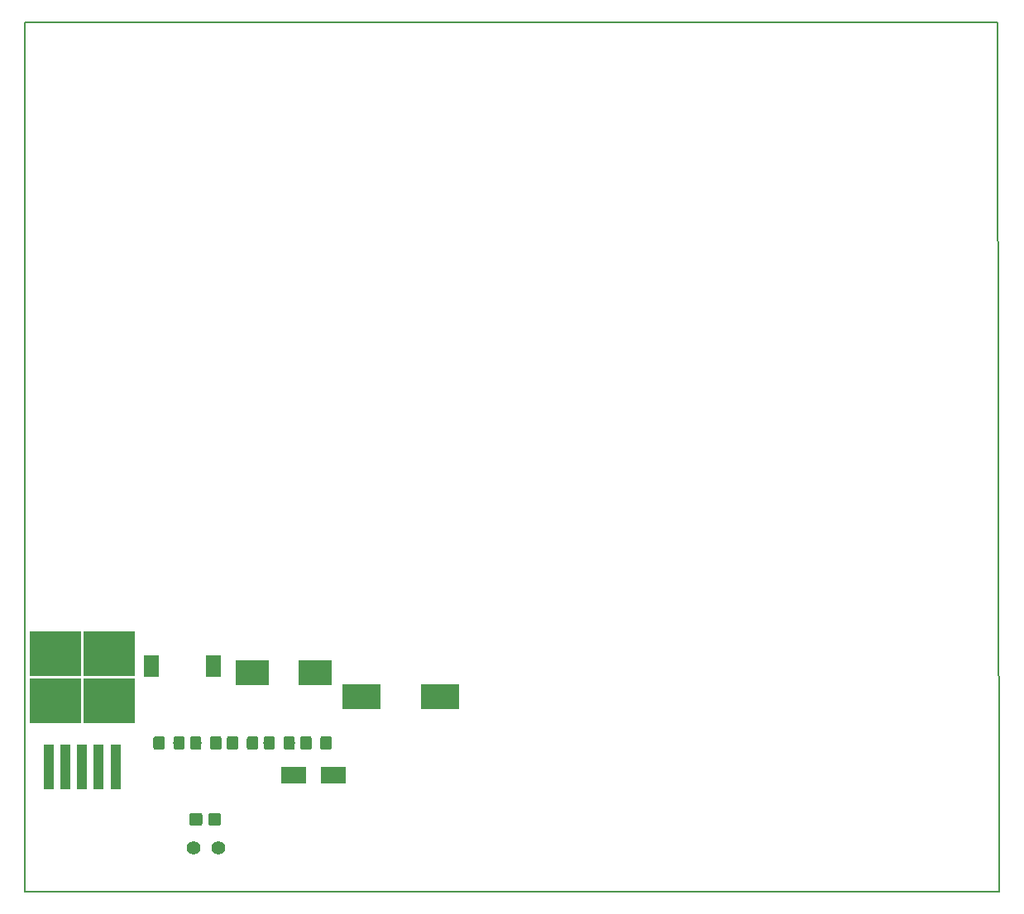
<source format=gbr>
G04 #@! TF.GenerationSoftware,KiCad,Pcbnew,(5.0.0)*
G04 #@! TF.CreationDate,2019-03-04T17:15:25-05:00*
G04 #@! TF.ProjectId,nivel y temperatura,6E6976656C20792074656D7065726174,V 1.0*
G04 #@! TF.SameCoordinates,Original*
G04 #@! TF.FileFunction,Paste,Top*
G04 #@! TF.FilePolarity,Positive*
%FSLAX46Y46*%
G04 Gerber Fmt 4.6, Leading zero omitted, Abs format (unit mm)*
G04 Created by KiCad (PCBNEW (5.0.0)) date 03/04/19 17:15:25*
%MOMM*%
%LPD*%
G01*
G04 APERTURE LIST*
%ADD10C,0.150000*%
%ADD11C,0.100000*%
%ADD12C,1.300000*%
%ADD13C,1.150000*%
%ADD14R,4.000000X2.500000*%
%ADD15R,3.500000X2.500000*%
%ADD16R,2.500000X1.800000*%
%ADD17R,1.500000X2.200000*%
%ADD18C,1.400000*%
%ADD19R,1.100000X4.600000*%
%ADD20R,5.250000X4.550000*%
G04 APERTURE END LIST*
D10*
X92202000Y-45974000D02*
X92202000Y-134974000D01*
X191770000Y-45974000D02*
X92202000Y-45974000D01*
X191900000Y-135000000D02*
X191770000Y-45970000D01*
X92202000Y-135000000D02*
X191900000Y-135000000D01*
D11*
G04 #@! TO.C,D1*
G36*
X110116904Y-126960804D02*
X110141173Y-126964404D01*
X110164971Y-126970365D01*
X110188071Y-126978630D01*
X110210249Y-126989120D01*
X110231293Y-127001733D01*
X110250998Y-127016347D01*
X110269177Y-127032823D01*
X110285653Y-127051002D01*
X110300267Y-127070707D01*
X110312880Y-127091751D01*
X110323370Y-127113929D01*
X110331635Y-127137029D01*
X110337596Y-127160827D01*
X110341196Y-127185096D01*
X110342400Y-127209600D01*
X110342400Y-128009600D01*
X110341196Y-128034104D01*
X110337596Y-128058373D01*
X110331635Y-128082171D01*
X110323370Y-128105271D01*
X110312880Y-128127449D01*
X110300267Y-128148493D01*
X110285653Y-128168198D01*
X110269177Y-128186377D01*
X110250998Y-128202853D01*
X110231293Y-128217467D01*
X110210249Y-128230080D01*
X110188071Y-128240570D01*
X110164971Y-128248835D01*
X110141173Y-128254796D01*
X110116904Y-128258396D01*
X110092400Y-128259600D01*
X109267400Y-128259600D01*
X109242896Y-128258396D01*
X109218627Y-128254796D01*
X109194829Y-128248835D01*
X109171729Y-128240570D01*
X109149551Y-128230080D01*
X109128507Y-128217467D01*
X109108802Y-128202853D01*
X109090623Y-128186377D01*
X109074147Y-128168198D01*
X109059533Y-128148493D01*
X109046920Y-128127449D01*
X109036430Y-128105271D01*
X109028165Y-128082171D01*
X109022204Y-128058373D01*
X109018604Y-128034104D01*
X109017400Y-128009600D01*
X109017400Y-127209600D01*
X109018604Y-127185096D01*
X109022204Y-127160827D01*
X109028165Y-127137029D01*
X109036430Y-127113929D01*
X109046920Y-127091751D01*
X109059533Y-127070707D01*
X109074147Y-127051002D01*
X109090623Y-127032823D01*
X109108802Y-127016347D01*
X109128507Y-127001733D01*
X109149551Y-126989120D01*
X109171729Y-126978630D01*
X109194829Y-126970365D01*
X109218627Y-126964404D01*
X109242896Y-126960804D01*
X109267400Y-126959600D01*
X110092400Y-126959600D01*
X110116904Y-126960804D01*
X110116904Y-126960804D01*
G37*
D12*
X109679900Y-127609600D03*
D11*
G36*
X112041904Y-126960804D02*
X112066173Y-126964404D01*
X112089971Y-126970365D01*
X112113071Y-126978630D01*
X112135249Y-126989120D01*
X112156293Y-127001733D01*
X112175998Y-127016347D01*
X112194177Y-127032823D01*
X112210653Y-127051002D01*
X112225267Y-127070707D01*
X112237880Y-127091751D01*
X112248370Y-127113929D01*
X112256635Y-127137029D01*
X112262596Y-127160827D01*
X112266196Y-127185096D01*
X112267400Y-127209600D01*
X112267400Y-128009600D01*
X112266196Y-128034104D01*
X112262596Y-128058373D01*
X112256635Y-128082171D01*
X112248370Y-128105271D01*
X112237880Y-128127449D01*
X112225267Y-128148493D01*
X112210653Y-128168198D01*
X112194177Y-128186377D01*
X112175998Y-128202853D01*
X112156293Y-128217467D01*
X112135249Y-128230080D01*
X112113071Y-128240570D01*
X112089971Y-128248835D01*
X112066173Y-128254796D01*
X112041904Y-128258396D01*
X112017400Y-128259600D01*
X111192400Y-128259600D01*
X111167896Y-128258396D01*
X111143627Y-128254796D01*
X111119829Y-128248835D01*
X111096729Y-128240570D01*
X111074551Y-128230080D01*
X111053507Y-128217467D01*
X111033802Y-128202853D01*
X111015623Y-128186377D01*
X110999147Y-128168198D01*
X110984533Y-128148493D01*
X110971920Y-128127449D01*
X110961430Y-128105271D01*
X110953165Y-128082171D01*
X110947204Y-128058373D01*
X110943604Y-128034104D01*
X110942400Y-128009600D01*
X110942400Y-127209600D01*
X110943604Y-127185096D01*
X110947204Y-127160827D01*
X110953165Y-127137029D01*
X110961430Y-127113929D01*
X110971920Y-127091751D01*
X110984533Y-127070707D01*
X110999147Y-127051002D01*
X111015623Y-127032823D01*
X111033802Y-127016347D01*
X111053507Y-127001733D01*
X111074551Y-126989120D01*
X111096729Y-126978630D01*
X111119829Y-126970365D01*
X111143627Y-126964404D01*
X111167896Y-126960804D01*
X111192400Y-126959600D01*
X112017400Y-126959600D01*
X112041904Y-126960804D01*
X112041904Y-126960804D01*
G37*
D12*
X111604900Y-127609600D03*
G04 #@! TD*
D11*
G04 #@! TO.C,R1*
G36*
X106258505Y-119087604D02*
X106282773Y-119091204D01*
X106306572Y-119097165D01*
X106329671Y-119105430D01*
X106351850Y-119115920D01*
X106372893Y-119128532D01*
X106392599Y-119143147D01*
X106410777Y-119159623D01*
X106427253Y-119177801D01*
X106441868Y-119197507D01*
X106454480Y-119218550D01*
X106464970Y-119240729D01*
X106473235Y-119263828D01*
X106479196Y-119287627D01*
X106482796Y-119311895D01*
X106484000Y-119336399D01*
X106484000Y-120236401D01*
X106482796Y-120260905D01*
X106479196Y-120285173D01*
X106473235Y-120308972D01*
X106464970Y-120332071D01*
X106454480Y-120354250D01*
X106441868Y-120375293D01*
X106427253Y-120394999D01*
X106410777Y-120413177D01*
X106392599Y-120429653D01*
X106372893Y-120444268D01*
X106351850Y-120456880D01*
X106329671Y-120467370D01*
X106306572Y-120475635D01*
X106282773Y-120481596D01*
X106258505Y-120485196D01*
X106234001Y-120486400D01*
X105583999Y-120486400D01*
X105559495Y-120485196D01*
X105535227Y-120481596D01*
X105511428Y-120475635D01*
X105488329Y-120467370D01*
X105466150Y-120456880D01*
X105445107Y-120444268D01*
X105425401Y-120429653D01*
X105407223Y-120413177D01*
X105390747Y-120394999D01*
X105376132Y-120375293D01*
X105363520Y-120354250D01*
X105353030Y-120332071D01*
X105344765Y-120308972D01*
X105338804Y-120285173D01*
X105335204Y-120260905D01*
X105334000Y-120236401D01*
X105334000Y-119336399D01*
X105335204Y-119311895D01*
X105338804Y-119287627D01*
X105344765Y-119263828D01*
X105353030Y-119240729D01*
X105363520Y-119218550D01*
X105376132Y-119197507D01*
X105390747Y-119177801D01*
X105407223Y-119159623D01*
X105425401Y-119143147D01*
X105445107Y-119128532D01*
X105466150Y-119115920D01*
X105488329Y-119105430D01*
X105511428Y-119097165D01*
X105535227Y-119091204D01*
X105559495Y-119087604D01*
X105583999Y-119086400D01*
X106234001Y-119086400D01*
X106258505Y-119087604D01*
X106258505Y-119087604D01*
G37*
D13*
X105909000Y-119786400D03*
D11*
G36*
X108308505Y-119087604D02*
X108332773Y-119091204D01*
X108356572Y-119097165D01*
X108379671Y-119105430D01*
X108401850Y-119115920D01*
X108422893Y-119128532D01*
X108442599Y-119143147D01*
X108460777Y-119159623D01*
X108477253Y-119177801D01*
X108491868Y-119197507D01*
X108504480Y-119218550D01*
X108514970Y-119240729D01*
X108523235Y-119263828D01*
X108529196Y-119287627D01*
X108532796Y-119311895D01*
X108534000Y-119336399D01*
X108534000Y-120236401D01*
X108532796Y-120260905D01*
X108529196Y-120285173D01*
X108523235Y-120308972D01*
X108514970Y-120332071D01*
X108504480Y-120354250D01*
X108491868Y-120375293D01*
X108477253Y-120394999D01*
X108460777Y-120413177D01*
X108442599Y-120429653D01*
X108422893Y-120444268D01*
X108401850Y-120456880D01*
X108379671Y-120467370D01*
X108356572Y-120475635D01*
X108332773Y-120481596D01*
X108308505Y-120485196D01*
X108284001Y-120486400D01*
X107633999Y-120486400D01*
X107609495Y-120485196D01*
X107585227Y-120481596D01*
X107561428Y-120475635D01*
X107538329Y-120467370D01*
X107516150Y-120456880D01*
X107495107Y-120444268D01*
X107475401Y-120429653D01*
X107457223Y-120413177D01*
X107440747Y-120394999D01*
X107426132Y-120375293D01*
X107413520Y-120354250D01*
X107403030Y-120332071D01*
X107394765Y-120308972D01*
X107388804Y-120285173D01*
X107385204Y-120260905D01*
X107384000Y-120236401D01*
X107384000Y-119336399D01*
X107385204Y-119311895D01*
X107388804Y-119287627D01*
X107394765Y-119263828D01*
X107403030Y-119240729D01*
X107413520Y-119218550D01*
X107426132Y-119197507D01*
X107440747Y-119177801D01*
X107457223Y-119159623D01*
X107475401Y-119143147D01*
X107495107Y-119128532D01*
X107516150Y-119115920D01*
X107538329Y-119105430D01*
X107561428Y-119097165D01*
X107585227Y-119091204D01*
X107609495Y-119087604D01*
X107633999Y-119086400D01*
X108284001Y-119086400D01*
X108308505Y-119087604D01*
X108308505Y-119087604D01*
G37*
D13*
X107959000Y-119786400D03*
G04 #@! TD*
D11*
G04 #@! TO.C,R2*
G36*
X112067705Y-119087604D02*
X112091973Y-119091204D01*
X112115772Y-119097165D01*
X112138871Y-119105430D01*
X112161050Y-119115920D01*
X112182093Y-119128532D01*
X112201799Y-119143147D01*
X112219977Y-119159623D01*
X112236453Y-119177801D01*
X112251068Y-119197507D01*
X112263680Y-119218550D01*
X112274170Y-119240729D01*
X112282435Y-119263828D01*
X112288396Y-119287627D01*
X112291996Y-119311895D01*
X112293200Y-119336399D01*
X112293200Y-120236401D01*
X112291996Y-120260905D01*
X112288396Y-120285173D01*
X112282435Y-120308972D01*
X112274170Y-120332071D01*
X112263680Y-120354250D01*
X112251068Y-120375293D01*
X112236453Y-120394999D01*
X112219977Y-120413177D01*
X112201799Y-120429653D01*
X112182093Y-120444268D01*
X112161050Y-120456880D01*
X112138871Y-120467370D01*
X112115772Y-120475635D01*
X112091973Y-120481596D01*
X112067705Y-120485196D01*
X112043201Y-120486400D01*
X111393199Y-120486400D01*
X111368695Y-120485196D01*
X111344427Y-120481596D01*
X111320628Y-120475635D01*
X111297529Y-120467370D01*
X111275350Y-120456880D01*
X111254307Y-120444268D01*
X111234601Y-120429653D01*
X111216423Y-120413177D01*
X111199947Y-120394999D01*
X111185332Y-120375293D01*
X111172720Y-120354250D01*
X111162230Y-120332071D01*
X111153965Y-120308972D01*
X111148004Y-120285173D01*
X111144404Y-120260905D01*
X111143200Y-120236401D01*
X111143200Y-119336399D01*
X111144404Y-119311895D01*
X111148004Y-119287627D01*
X111153965Y-119263828D01*
X111162230Y-119240729D01*
X111172720Y-119218550D01*
X111185332Y-119197507D01*
X111199947Y-119177801D01*
X111216423Y-119159623D01*
X111234601Y-119143147D01*
X111254307Y-119128532D01*
X111275350Y-119115920D01*
X111297529Y-119105430D01*
X111320628Y-119097165D01*
X111344427Y-119091204D01*
X111368695Y-119087604D01*
X111393199Y-119086400D01*
X112043201Y-119086400D01*
X112067705Y-119087604D01*
X112067705Y-119087604D01*
G37*
D13*
X111718200Y-119786400D03*
D11*
G36*
X110017705Y-119087604D02*
X110041973Y-119091204D01*
X110065772Y-119097165D01*
X110088871Y-119105430D01*
X110111050Y-119115920D01*
X110132093Y-119128532D01*
X110151799Y-119143147D01*
X110169977Y-119159623D01*
X110186453Y-119177801D01*
X110201068Y-119197507D01*
X110213680Y-119218550D01*
X110224170Y-119240729D01*
X110232435Y-119263828D01*
X110238396Y-119287627D01*
X110241996Y-119311895D01*
X110243200Y-119336399D01*
X110243200Y-120236401D01*
X110241996Y-120260905D01*
X110238396Y-120285173D01*
X110232435Y-120308972D01*
X110224170Y-120332071D01*
X110213680Y-120354250D01*
X110201068Y-120375293D01*
X110186453Y-120394999D01*
X110169977Y-120413177D01*
X110151799Y-120429653D01*
X110132093Y-120444268D01*
X110111050Y-120456880D01*
X110088871Y-120467370D01*
X110065772Y-120475635D01*
X110041973Y-120481596D01*
X110017705Y-120485196D01*
X109993201Y-120486400D01*
X109343199Y-120486400D01*
X109318695Y-120485196D01*
X109294427Y-120481596D01*
X109270628Y-120475635D01*
X109247529Y-120467370D01*
X109225350Y-120456880D01*
X109204307Y-120444268D01*
X109184601Y-120429653D01*
X109166423Y-120413177D01*
X109149947Y-120394999D01*
X109135332Y-120375293D01*
X109122720Y-120354250D01*
X109112230Y-120332071D01*
X109103965Y-120308972D01*
X109098004Y-120285173D01*
X109094404Y-120260905D01*
X109093200Y-120236401D01*
X109093200Y-119336399D01*
X109094404Y-119311895D01*
X109098004Y-119287627D01*
X109103965Y-119263828D01*
X109112230Y-119240729D01*
X109122720Y-119218550D01*
X109135332Y-119197507D01*
X109149947Y-119177801D01*
X109166423Y-119159623D01*
X109184601Y-119143147D01*
X109204307Y-119128532D01*
X109225350Y-119115920D01*
X109247529Y-119105430D01*
X109270628Y-119097165D01*
X109294427Y-119091204D01*
X109318695Y-119087604D01*
X109343199Y-119086400D01*
X109993201Y-119086400D01*
X110017705Y-119087604D01*
X110017705Y-119087604D01*
G37*
D13*
X109668200Y-119786400D03*
G04 #@! TD*
D14*
G04 #@! TO.C,C1*
X126657600Y-115011200D03*
X134657600Y-115011200D03*
G04 #@! TD*
D15*
G04 #@! TO.C,C2*
X115418800Y-112572800D03*
X121918800Y-112572800D03*
G04 #@! TD*
D16*
G04 #@! TO.C,D2*
X119716800Y-123088400D03*
X123716800Y-123088400D03*
G04 #@! TD*
D17*
G04 #@! TO.C,L1*
X105105600Y-111912400D03*
X111505600Y-111912400D03*
G04 #@! TD*
D11*
G04 #@! TO.C,R3*
G36*
X115826905Y-119087604D02*
X115851173Y-119091204D01*
X115874972Y-119097165D01*
X115898071Y-119105430D01*
X115920250Y-119115920D01*
X115941293Y-119128532D01*
X115960999Y-119143147D01*
X115979177Y-119159623D01*
X115995653Y-119177801D01*
X116010268Y-119197507D01*
X116022880Y-119218550D01*
X116033370Y-119240729D01*
X116041635Y-119263828D01*
X116047596Y-119287627D01*
X116051196Y-119311895D01*
X116052400Y-119336399D01*
X116052400Y-120236401D01*
X116051196Y-120260905D01*
X116047596Y-120285173D01*
X116041635Y-120308972D01*
X116033370Y-120332071D01*
X116022880Y-120354250D01*
X116010268Y-120375293D01*
X115995653Y-120394999D01*
X115979177Y-120413177D01*
X115960999Y-120429653D01*
X115941293Y-120444268D01*
X115920250Y-120456880D01*
X115898071Y-120467370D01*
X115874972Y-120475635D01*
X115851173Y-120481596D01*
X115826905Y-120485196D01*
X115802401Y-120486400D01*
X115152399Y-120486400D01*
X115127895Y-120485196D01*
X115103627Y-120481596D01*
X115079828Y-120475635D01*
X115056729Y-120467370D01*
X115034550Y-120456880D01*
X115013507Y-120444268D01*
X114993801Y-120429653D01*
X114975623Y-120413177D01*
X114959147Y-120394999D01*
X114944532Y-120375293D01*
X114931920Y-120354250D01*
X114921430Y-120332071D01*
X114913165Y-120308972D01*
X114907204Y-120285173D01*
X114903604Y-120260905D01*
X114902400Y-120236401D01*
X114902400Y-119336399D01*
X114903604Y-119311895D01*
X114907204Y-119287627D01*
X114913165Y-119263828D01*
X114921430Y-119240729D01*
X114931920Y-119218550D01*
X114944532Y-119197507D01*
X114959147Y-119177801D01*
X114975623Y-119159623D01*
X114993801Y-119143147D01*
X115013507Y-119128532D01*
X115034550Y-119115920D01*
X115056729Y-119105430D01*
X115079828Y-119097165D01*
X115103627Y-119091204D01*
X115127895Y-119087604D01*
X115152399Y-119086400D01*
X115802401Y-119086400D01*
X115826905Y-119087604D01*
X115826905Y-119087604D01*
G37*
D13*
X115477400Y-119786400D03*
D11*
G36*
X113776905Y-119087604D02*
X113801173Y-119091204D01*
X113824972Y-119097165D01*
X113848071Y-119105430D01*
X113870250Y-119115920D01*
X113891293Y-119128532D01*
X113910999Y-119143147D01*
X113929177Y-119159623D01*
X113945653Y-119177801D01*
X113960268Y-119197507D01*
X113972880Y-119218550D01*
X113983370Y-119240729D01*
X113991635Y-119263828D01*
X113997596Y-119287627D01*
X114001196Y-119311895D01*
X114002400Y-119336399D01*
X114002400Y-120236401D01*
X114001196Y-120260905D01*
X113997596Y-120285173D01*
X113991635Y-120308972D01*
X113983370Y-120332071D01*
X113972880Y-120354250D01*
X113960268Y-120375293D01*
X113945653Y-120394999D01*
X113929177Y-120413177D01*
X113910999Y-120429653D01*
X113891293Y-120444268D01*
X113870250Y-120456880D01*
X113848071Y-120467370D01*
X113824972Y-120475635D01*
X113801173Y-120481596D01*
X113776905Y-120485196D01*
X113752401Y-120486400D01*
X113102399Y-120486400D01*
X113077895Y-120485196D01*
X113053627Y-120481596D01*
X113029828Y-120475635D01*
X113006729Y-120467370D01*
X112984550Y-120456880D01*
X112963507Y-120444268D01*
X112943801Y-120429653D01*
X112925623Y-120413177D01*
X112909147Y-120394999D01*
X112894532Y-120375293D01*
X112881920Y-120354250D01*
X112871430Y-120332071D01*
X112863165Y-120308972D01*
X112857204Y-120285173D01*
X112853604Y-120260905D01*
X112852400Y-120236401D01*
X112852400Y-119336399D01*
X112853604Y-119311895D01*
X112857204Y-119287627D01*
X112863165Y-119263828D01*
X112871430Y-119240729D01*
X112881920Y-119218550D01*
X112894532Y-119197507D01*
X112909147Y-119177801D01*
X112925623Y-119159623D01*
X112943801Y-119143147D01*
X112963507Y-119128532D01*
X112984550Y-119115920D01*
X113006729Y-119105430D01*
X113029828Y-119097165D01*
X113053627Y-119091204D01*
X113077895Y-119087604D01*
X113102399Y-119086400D01*
X113752401Y-119086400D01*
X113776905Y-119087604D01*
X113776905Y-119087604D01*
G37*
D13*
X113427400Y-119786400D03*
G04 #@! TD*
D11*
G04 #@! TO.C,R4*
G36*
X117536105Y-119087604D02*
X117560373Y-119091204D01*
X117584172Y-119097165D01*
X117607271Y-119105430D01*
X117629450Y-119115920D01*
X117650493Y-119128532D01*
X117670199Y-119143147D01*
X117688377Y-119159623D01*
X117704853Y-119177801D01*
X117719468Y-119197507D01*
X117732080Y-119218550D01*
X117742570Y-119240729D01*
X117750835Y-119263828D01*
X117756796Y-119287627D01*
X117760396Y-119311895D01*
X117761600Y-119336399D01*
X117761600Y-120236401D01*
X117760396Y-120260905D01*
X117756796Y-120285173D01*
X117750835Y-120308972D01*
X117742570Y-120332071D01*
X117732080Y-120354250D01*
X117719468Y-120375293D01*
X117704853Y-120394999D01*
X117688377Y-120413177D01*
X117670199Y-120429653D01*
X117650493Y-120444268D01*
X117629450Y-120456880D01*
X117607271Y-120467370D01*
X117584172Y-120475635D01*
X117560373Y-120481596D01*
X117536105Y-120485196D01*
X117511601Y-120486400D01*
X116861599Y-120486400D01*
X116837095Y-120485196D01*
X116812827Y-120481596D01*
X116789028Y-120475635D01*
X116765929Y-120467370D01*
X116743750Y-120456880D01*
X116722707Y-120444268D01*
X116703001Y-120429653D01*
X116684823Y-120413177D01*
X116668347Y-120394999D01*
X116653732Y-120375293D01*
X116641120Y-120354250D01*
X116630630Y-120332071D01*
X116622365Y-120308972D01*
X116616404Y-120285173D01*
X116612804Y-120260905D01*
X116611600Y-120236401D01*
X116611600Y-119336399D01*
X116612804Y-119311895D01*
X116616404Y-119287627D01*
X116622365Y-119263828D01*
X116630630Y-119240729D01*
X116641120Y-119218550D01*
X116653732Y-119197507D01*
X116668347Y-119177801D01*
X116684823Y-119159623D01*
X116703001Y-119143147D01*
X116722707Y-119128532D01*
X116743750Y-119115920D01*
X116765929Y-119105430D01*
X116789028Y-119097165D01*
X116812827Y-119091204D01*
X116837095Y-119087604D01*
X116861599Y-119086400D01*
X117511601Y-119086400D01*
X117536105Y-119087604D01*
X117536105Y-119087604D01*
G37*
D13*
X117186600Y-119786400D03*
D11*
G36*
X119586105Y-119087604D02*
X119610373Y-119091204D01*
X119634172Y-119097165D01*
X119657271Y-119105430D01*
X119679450Y-119115920D01*
X119700493Y-119128532D01*
X119720199Y-119143147D01*
X119738377Y-119159623D01*
X119754853Y-119177801D01*
X119769468Y-119197507D01*
X119782080Y-119218550D01*
X119792570Y-119240729D01*
X119800835Y-119263828D01*
X119806796Y-119287627D01*
X119810396Y-119311895D01*
X119811600Y-119336399D01*
X119811600Y-120236401D01*
X119810396Y-120260905D01*
X119806796Y-120285173D01*
X119800835Y-120308972D01*
X119792570Y-120332071D01*
X119782080Y-120354250D01*
X119769468Y-120375293D01*
X119754853Y-120394999D01*
X119738377Y-120413177D01*
X119720199Y-120429653D01*
X119700493Y-120444268D01*
X119679450Y-120456880D01*
X119657271Y-120467370D01*
X119634172Y-120475635D01*
X119610373Y-120481596D01*
X119586105Y-120485196D01*
X119561601Y-120486400D01*
X118911599Y-120486400D01*
X118887095Y-120485196D01*
X118862827Y-120481596D01*
X118839028Y-120475635D01*
X118815929Y-120467370D01*
X118793750Y-120456880D01*
X118772707Y-120444268D01*
X118753001Y-120429653D01*
X118734823Y-120413177D01*
X118718347Y-120394999D01*
X118703732Y-120375293D01*
X118691120Y-120354250D01*
X118680630Y-120332071D01*
X118672365Y-120308972D01*
X118666404Y-120285173D01*
X118662804Y-120260905D01*
X118661600Y-120236401D01*
X118661600Y-119336399D01*
X118662804Y-119311895D01*
X118666404Y-119287627D01*
X118672365Y-119263828D01*
X118680630Y-119240729D01*
X118691120Y-119218550D01*
X118703732Y-119197507D01*
X118718347Y-119177801D01*
X118734823Y-119159623D01*
X118753001Y-119143147D01*
X118772707Y-119128532D01*
X118793750Y-119115920D01*
X118815929Y-119105430D01*
X118839028Y-119097165D01*
X118862827Y-119091204D01*
X118887095Y-119087604D01*
X118911599Y-119086400D01*
X119561601Y-119086400D01*
X119586105Y-119087604D01*
X119586105Y-119087604D01*
G37*
D13*
X119236600Y-119786400D03*
G04 #@! TD*
D18*
G04 #@! TO.C,TP1*
X109420000Y-130510000D03*
X111960000Y-130510000D03*
G04 #@! TD*
D19*
G04 #@! TO.C,U2*
X94644000Y-122208600D03*
X96344000Y-122208600D03*
X98044000Y-122208600D03*
X99744000Y-122208600D03*
X101444000Y-122208600D03*
D20*
X100819000Y-110633600D03*
X95269000Y-115483600D03*
X95269000Y-110633600D03*
X100819000Y-115483600D03*
G04 #@! TD*
D11*
G04 #@! TO.C,R5*
G36*
X121295305Y-119087604D02*
X121319573Y-119091204D01*
X121343372Y-119097165D01*
X121366471Y-119105430D01*
X121388650Y-119115920D01*
X121409693Y-119128532D01*
X121429399Y-119143147D01*
X121447577Y-119159623D01*
X121464053Y-119177801D01*
X121478668Y-119197507D01*
X121491280Y-119218550D01*
X121501770Y-119240729D01*
X121510035Y-119263828D01*
X121515996Y-119287627D01*
X121519596Y-119311895D01*
X121520800Y-119336399D01*
X121520800Y-120236401D01*
X121519596Y-120260905D01*
X121515996Y-120285173D01*
X121510035Y-120308972D01*
X121501770Y-120332071D01*
X121491280Y-120354250D01*
X121478668Y-120375293D01*
X121464053Y-120394999D01*
X121447577Y-120413177D01*
X121429399Y-120429653D01*
X121409693Y-120444268D01*
X121388650Y-120456880D01*
X121366471Y-120467370D01*
X121343372Y-120475635D01*
X121319573Y-120481596D01*
X121295305Y-120485196D01*
X121270801Y-120486400D01*
X120620799Y-120486400D01*
X120596295Y-120485196D01*
X120572027Y-120481596D01*
X120548228Y-120475635D01*
X120525129Y-120467370D01*
X120502950Y-120456880D01*
X120481907Y-120444268D01*
X120462201Y-120429653D01*
X120444023Y-120413177D01*
X120427547Y-120394999D01*
X120412932Y-120375293D01*
X120400320Y-120354250D01*
X120389830Y-120332071D01*
X120381565Y-120308972D01*
X120375604Y-120285173D01*
X120372004Y-120260905D01*
X120370800Y-120236401D01*
X120370800Y-119336399D01*
X120372004Y-119311895D01*
X120375604Y-119287627D01*
X120381565Y-119263828D01*
X120389830Y-119240729D01*
X120400320Y-119218550D01*
X120412932Y-119197507D01*
X120427547Y-119177801D01*
X120444023Y-119159623D01*
X120462201Y-119143147D01*
X120481907Y-119128532D01*
X120502950Y-119115920D01*
X120525129Y-119105430D01*
X120548228Y-119097165D01*
X120572027Y-119091204D01*
X120596295Y-119087604D01*
X120620799Y-119086400D01*
X121270801Y-119086400D01*
X121295305Y-119087604D01*
X121295305Y-119087604D01*
G37*
D13*
X120945800Y-119786400D03*
D11*
G36*
X123345305Y-119087604D02*
X123369573Y-119091204D01*
X123393372Y-119097165D01*
X123416471Y-119105430D01*
X123438650Y-119115920D01*
X123459693Y-119128532D01*
X123479399Y-119143147D01*
X123497577Y-119159623D01*
X123514053Y-119177801D01*
X123528668Y-119197507D01*
X123541280Y-119218550D01*
X123551770Y-119240729D01*
X123560035Y-119263828D01*
X123565996Y-119287627D01*
X123569596Y-119311895D01*
X123570800Y-119336399D01*
X123570800Y-120236401D01*
X123569596Y-120260905D01*
X123565996Y-120285173D01*
X123560035Y-120308972D01*
X123551770Y-120332071D01*
X123541280Y-120354250D01*
X123528668Y-120375293D01*
X123514053Y-120394999D01*
X123497577Y-120413177D01*
X123479399Y-120429653D01*
X123459693Y-120444268D01*
X123438650Y-120456880D01*
X123416471Y-120467370D01*
X123393372Y-120475635D01*
X123369573Y-120481596D01*
X123345305Y-120485196D01*
X123320801Y-120486400D01*
X122670799Y-120486400D01*
X122646295Y-120485196D01*
X122622027Y-120481596D01*
X122598228Y-120475635D01*
X122575129Y-120467370D01*
X122552950Y-120456880D01*
X122531907Y-120444268D01*
X122512201Y-120429653D01*
X122494023Y-120413177D01*
X122477547Y-120394999D01*
X122462932Y-120375293D01*
X122450320Y-120354250D01*
X122439830Y-120332071D01*
X122431565Y-120308972D01*
X122425604Y-120285173D01*
X122422004Y-120260905D01*
X122420800Y-120236401D01*
X122420800Y-119336399D01*
X122422004Y-119311895D01*
X122425604Y-119287627D01*
X122431565Y-119263828D01*
X122439830Y-119240729D01*
X122450320Y-119218550D01*
X122462932Y-119197507D01*
X122477547Y-119177801D01*
X122494023Y-119159623D01*
X122512201Y-119143147D01*
X122531907Y-119128532D01*
X122552950Y-119115920D01*
X122575129Y-119105430D01*
X122598228Y-119097165D01*
X122622027Y-119091204D01*
X122646295Y-119087604D01*
X122670799Y-119086400D01*
X123320801Y-119086400D01*
X123345305Y-119087604D01*
X123345305Y-119087604D01*
G37*
D13*
X122995800Y-119786400D03*
G04 #@! TD*
M02*

</source>
